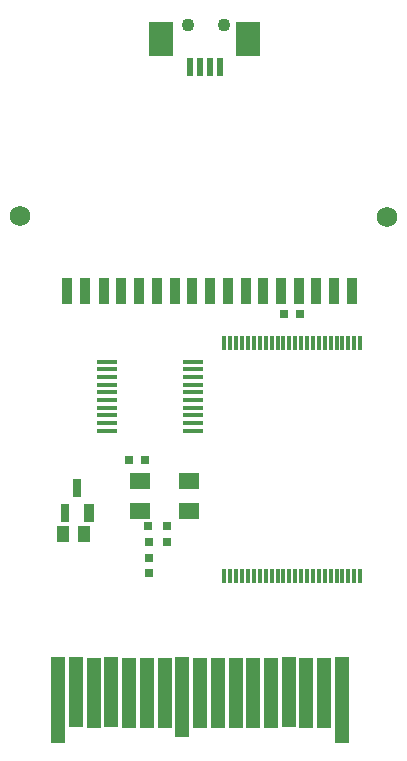
<source format=gbr>
%TF.GenerationSoftware,KiCad,Pcbnew,(6.0.2)*%
%TF.CreationDate,2022-09-17T11:41:15-05:00*%
%TF.ProjectId,REF2160,52454632-3136-4302-9e6b-696361645f70,rev?*%
%TF.SameCoordinates,Original*%
%TF.FileFunction,Soldermask,Top*%
%TF.FilePolarity,Negative*%
%FSLAX46Y46*%
G04 Gerber Fmt 4.6, Leading zero omitted, Abs format (unit mm)*
G04 Created by KiCad (PCBNEW (6.0.2)) date 2022-09-17 11:41:15*
%MOMM*%
%LPD*%
G01*
G04 APERTURE LIST*
%ADD10R,0.800000X0.800000*%
%ADD11R,1.000000X1.350000*%
%ADD12R,0.750000X1.600000*%
%ADD13R,0.870000X1.600000*%
%ADD14R,0.800000X1.600000*%
%ADD15R,1.651000X0.431800*%
%ADD16C,1.750000*%
%ADD17R,2.000000X3.000000*%
%ADD18R,0.550000X1.630000*%
%ADD19R,0.950000X2.250000*%
%ADD20R,1.200000X7.250000*%
%ADD21R,1.200000X6.000000*%
%ADD22R,1.200000X6.750000*%
%ADD23R,1.700000X1.350000*%
%ADD24R,0.300000X1.300000*%
%ADD25C,1.100000*%
G04 APERTURE END LIST*
D10*
%TO.C,C4*%
X145116000Y-108636000D03*
X146425000Y-108635000D03*
%TD*%
%TO.C,C2*%
X146739000Y-115602000D03*
X146738000Y-114293000D03*
%TD*%
D11*
%TO.C,C1*%
X139477000Y-114946000D03*
X141302000Y-114946000D03*
%TD*%
D12*
%TO.C,U4*%
X139635000Y-113201000D03*
D13*
X141702000Y-113195000D03*
D14*
X140708000Y-111014000D03*
%TD*%
D15*
%TO.C,U3*%
X150514200Y-106196000D03*
X150514200Y-105545999D03*
X150514200Y-104896001D03*
X150514200Y-104245999D03*
X150514200Y-103596001D03*
X150514200Y-102946002D03*
X150514200Y-102296001D03*
X150514200Y-101646002D03*
X150514200Y-100996001D03*
X150514200Y-100346002D03*
X143249800Y-100346000D03*
X143249800Y-100995998D03*
X143249800Y-101645999D03*
X143249800Y-102295998D03*
X143249800Y-102945999D03*
X143249800Y-103595998D03*
X143249800Y-104245999D03*
X143249800Y-104895998D03*
X143249800Y-105545999D03*
X143249800Y-106195998D03*
%TD*%
D16*
%TO.C,H2*%
X166946000Y-88077000D03*
%TD*%
D17*
%TO.C,J1*%
X147770000Y-73037000D03*
X155194000Y-73035000D03*
D18*
X150233000Y-75375000D03*
X151067000Y-75380000D03*
X151937000Y-75380000D03*
X152811000Y-75379000D03*
%TD*%
D19*
%TO.C,U6*%
X163929000Y-94392000D03*
X162459000Y-94385000D03*
X160950000Y-94389000D03*
X159448000Y-94389000D03*
X157938000Y-94390000D03*
X156427000Y-94390000D03*
X154958000Y-94389000D03*
X153450000Y-94394000D03*
X151941000Y-94388000D03*
X150438000Y-94391000D03*
X148966000Y-94390000D03*
X147457000Y-94392000D03*
X145912000Y-94395000D03*
X144439000Y-94390000D03*
X142937000Y-94394000D03*
X141390000Y-94386000D03*
X139876000Y-94389000D03*
%TD*%
D10*
%TO.C,C3*%
X148329000Y-115599000D03*
X148328000Y-114290000D03*
%TD*%
D20*
%TO.C,U1*%
X139048000Y-129001000D03*
D21*
X140590000Y-128355000D03*
X142105000Y-128363000D03*
X143564000Y-128355000D03*
X145071000Y-128362000D03*
X146634000Y-128362000D03*
X148133000Y-128362000D03*
D22*
X149560000Y-128705000D03*
D21*
X151057000Y-128370000D03*
X152620000Y-128370000D03*
X154127000Y-128362000D03*
X155602000Y-128362000D03*
X157101000Y-128362000D03*
X158600000Y-128354000D03*
X160115000Y-128362000D03*
X161630000Y-128362000D03*
D20*
X163137000Y-128995000D03*
%TD*%
D23*
%TO.C,X1*%
X146027000Y-112965000D03*
X150197000Y-112965000D03*
X150196000Y-110463000D03*
X146029000Y-110463000D03*
%TD*%
D10*
%TO.C,C5*%
X158227000Y-96294000D03*
X159536000Y-96293000D03*
%TD*%
D16*
%TO.C,H1*%
X135862000Y-88035000D03*
%TD*%
D10*
%TO.C,R1*%
X146741000Y-118242000D03*
X146740000Y-116933000D03*
%TD*%
D24*
%TO.C,U2*%
X153161000Y-118472000D03*
X153661000Y-118472000D03*
X154161000Y-118472000D03*
X154661000Y-118472000D03*
X155161000Y-118472000D03*
X155661000Y-118472000D03*
X156161000Y-118472000D03*
X156661000Y-118472000D03*
X157161000Y-118472000D03*
X157661000Y-118472000D03*
X158161000Y-118472000D03*
X158661000Y-118472000D03*
X159161000Y-118472000D03*
X159661000Y-118472000D03*
X160161000Y-118472000D03*
X160661000Y-118472000D03*
X161161000Y-118472000D03*
X161661000Y-118472000D03*
X162161000Y-118472000D03*
X162661000Y-118472000D03*
X163161000Y-118472000D03*
X163661000Y-118472000D03*
X164161000Y-118472000D03*
X164661000Y-118472000D03*
X164661000Y-98772000D03*
X164161000Y-98772000D03*
X163661000Y-98772000D03*
X163161000Y-98772000D03*
X162661000Y-98772000D03*
X162161000Y-98772000D03*
X161661000Y-98772000D03*
X161161000Y-98772000D03*
X160661000Y-98772000D03*
X160161000Y-98772000D03*
X159661000Y-98772000D03*
X159161000Y-98772000D03*
X158661000Y-98772000D03*
X158161000Y-98772000D03*
X157661000Y-98772000D03*
X157161000Y-98772000D03*
X156661000Y-98772000D03*
X156161000Y-98772000D03*
X155661000Y-98772000D03*
X155161000Y-98772000D03*
X154661000Y-98772000D03*
X154161000Y-98772000D03*
X153661000Y-98772000D03*
X153161000Y-98772000D03*
%TD*%
D25*
%TO.C,J3*%
X153106000Y-71823000D03*
X150043835Y-71820600D03*
%TD*%
M02*

</source>
